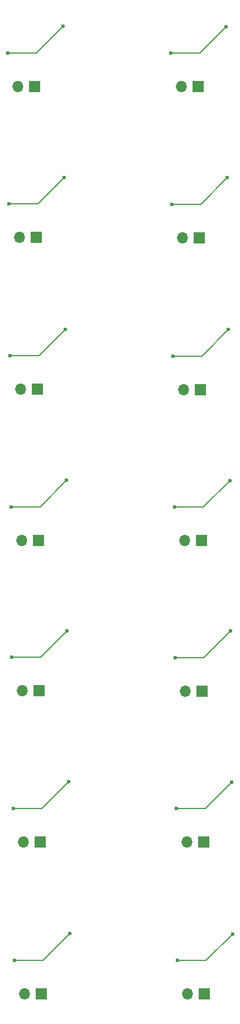
<source format=gbr>
%TF.GenerationSoftware,KiCad,Pcbnew,8.0.5*%
%TF.CreationDate,2024-12-11T00:13:19+01:00*%
%TF.ProjectId,battery-lvl-indicator-kicad.kicad_pcb-copy,62617474-6572-4792-9d6c-766c2d696e64,rev?*%
%TF.SameCoordinates,Original*%
%TF.FileFunction,Copper,L2,Bot*%
%TF.FilePolarity,Positive*%
%FSLAX46Y46*%
G04 Gerber Fmt 4.6, Leading zero omitted, Abs format (unit mm)*
G04 Created by KiCad (PCBNEW 8.0.5) date 2024-12-11 00:13:19*
%MOMM*%
%LPD*%
G01*
G04 APERTURE LIST*
%TA.AperFunction,ComponentPad*%
%ADD10O,1.700000X1.700000*%
%TD*%
%TA.AperFunction,ComponentPad*%
%ADD11R,1.700000X1.700000*%
%TD*%
%TA.AperFunction,ViaPad*%
%ADD12C,0.600000*%
%TD*%
%TA.AperFunction,Conductor*%
%ADD13C,0.200000*%
%TD*%
G04 APERTURE END LIST*
D10*
%TO.P,J1,2,Pin_2*%
%TO.N,Net-(D2-K)*%
X98552000Y-32308800D03*
D11*
%TO.P,J1,1,Pin_1*%
%TO.N,Net-(D1-K)*%
X101092000Y-32308800D03*
%TD*%
D10*
%TO.P,J1,2,Pin_2*%
%TO.N,Net-(D2-K)*%
X99390200Y-146888200D03*
D11*
%TO.P,J1,1,Pin_1*%
%TO.N,Net-(D1-K)*%
X101930200Y-146888200D03*
%TD*%
D10*
%TO.P,J1,2,Pin_2*%
%TO.N,Net-(D2-K)*%
X124129800Y-146939000D03*
D11*
%TO.P,J1,1,Pin_1*%
%TO.N,Net-(D1-K)*%
X126669800Y-146939000D03*
%TD*%
D10*
%TO.P,J1,2,Pin_2*%
%TO.N,Net-(D2-K)*%
X123850400Y-101193600D03*
D11*
%TO.P,J1,1,Pin_1*%
%TO.N,Net-(D1-K)*%
X126390400Y-101193600D03*
%TD*%
D10*
%TO.P,J1,2,Pin_2*%
%TO.N,Net-(D2-K)*%
X99187000Y-123977400D03*
D11*
%TO.P,J1,1,Pin_1*%
%TO.N,Net-(D1-K)*%
X101727000Y-123977400D03*
%TD*%
D10*
%TO.P,J1,2,Pin_2*%
%TO.N,Net-(D2-K)*%
X123291600Y-32359600D03*
D11*
%TO.P,J1,1,Pin_1*%
%TO.N,Net-(D1-K)*%
X125831600Y-32359600D03*
%TD*%
D10*
%TO.P,J1,2,Pin_2*%
%TO.N,Net-(D2-K)*%
X123926600Y-124028200D03*
D11*
%TO.P,J1,1,Pin_1*%
%TO.N,Net-(D1-K)*%
X126466600Y-124028200D03*
%TD*%
D10*
%TO.P,J1,2,Pin_2*%
%TO.N,Net-(D2-K)*%
X123494800Y-55270400D03*
D11*
%TO.P,J1,1,Pin_1*%
%TO.N,Net-(D1-K)*%
X126034800Y-55270400D03*
%TD*%
D10*
%TO.P,J1,2,Pin_2*%
%TO.N,Net-(D2-K)*%
X123647200Y-78282800D03*
D11*
%TO.P,J1,1,Pin_1*%
%TO.N,Net-(D1-K)*%
X126187200Y-78282800D03*
%TD*%
D10*
%TO.P,J1,2,Pin_2*%
%TO.N,Net-(D2-K)*%
X99542600Y-169900600D03*
D11*
%TO.P,J1,1,Pin_1*%
%TO.N,Net-(D1-K)*%
X102082600Y-169900600D03*
%TD*%
D10*
%TO.P,J1,2,Pin_2*%
%TO.N,Net-(D2-K)*%
X98755200Y-55219600D03*
D11*
%TO.P,J1,1,Pin_1*%
%TO.N,Net-(D1-K)*%
X101295200Y-55219600D03*
%TD*%
D10*
%TO.P,J1,2,Pin_2*%
%TO.N,Net-(D2-K)*%
X124282200Y-169951400D03*
D11*
%TO.P,J1,1,Pin_1*%
%TO.N,Net-(D1-K)*%
X126822200Y-169951400D03*
%TD*%
D10*
%TO.P,J1,2,Pin_2*%
%TO.N,Net-(D2-K)*%
X99110800Y-101142800D03*
D11*
%TO.P,J1,1,Pin_1*%
%TO.N,Net-(D1-K)*%
X101650800Y-101142800D03*
%TD*%
D10*
%TO.P,J1,2,Pin_2*%
%TO.N,Net-(D2-K)*%
X98907600Y-78232000D03*
D11*
%TO.P,J1,1,Pin_1*%
%TO.N,Net-(D1-K)*%
X101447600Y-78232000D03*
%TD*%
D12*
%TO.N,Net-(D2-K)*%
X97967800Y-164820600D03*
X96977200Y-27228800D03*
X106349800Y-160807400D03*
X122072400Y-73202800D03*
X122555000Y-141859000D03*
X105714800Y-69138800D03*
X122275600Y-96113600D03*
X121920000Y-50190400D03*
X122351800Y-118948200D03*
X106197400Y-137795000D03*
X130937000Y-137845800D03*
X130302000Y-46177200D03*
X130733800Y-114935000D03*
X131089400Y-160858200D03*
X105918000Y-92049600D03*
X130657600Y-92100400D03*
X130454400Y-69189600D03*
X105562400Y-46126400D03*
X122707400Y-164871400D03*
X105994200Y-114884200D03*
X130098800Y-23266400D03*
X97536000Y-96062800D03*
X105359200Y-23215600D03*
X97815400Y-141808200D03*
X97612200Y-118897400D03*
X97332800Y-73152000D03*
X97180400Y-50139600D03*
X121716800Y-27279600D03*
%TD*%
D13*
%TO.N,Net-(D2-K)*%
X126720600Y-118948200D02*
X122351800Y-118948200D01*
X101346000Y-27228800D02*
X96977200Y-27228800D01*
X126441200Y-73202800D02*
X122072400Y-73202800D01*
X101981000Y-118897400D02*
X97612200Y-118897400D01*
X126644400Y-96113600D02*
X122275600Y-96113600D01*
X101549200Y-50139600D02*
X97180400Y-50139600D01*
X105918000Y-92049600D02*
X101904800Y-96062800D01*
X130937000Y-137845800D02*
X126923800Y-141859000D01*
X106197400Y-137795000D02*
X102184200Y-141808200D01*
X126923800Y-141859000D02*
X122555000Y-141859000D01*
X131089400Y-160858200D02*
X127076200Y-164871400D01*
X105714800Y-69138800D02*
X101701600Y-73152000D01*
X127076200Y-164871400D02*
X122707400Y-164871400D01*
X106349800Y-160807400D02*
X102336600Y-164820600D01*
X130098800Y-23266400D02*
X126085600Y-27279600D01*
X126288800Y-50190400D02*
X121920000Y-50190400D01*
X101904800Y-96062800D02*
X97536000Y-96062800D01*
X130302000Y-46177200D02*
X126288800Y-50190400D01*
X105562400Y-46126400D02*
X101549200Y-50139600D01*
X126085600Y-27279600D02*
X121716800Y-27279600D01*
X102184200Y-141808200D02*
X97815400Y-141808200D01*
X102336600Y-164820600D02*
X97967800Y-164820600D01*
X130657600Y-92100400D02*
X126644400Y-96113600D01*
X130733800Y-114935000D02*
X126720600Y-118948200D01*
X130454400Y-69189600D02*
X126441200Y-73202800D01*
X101701600Y-73152000D02*
X97332800Y-73152000D01*
X105994200Y-114884200D02*
X101981000Y-118897400D01*
X105359200Y-23215600D02*
X101346000Y-27228800D01*
%TD*%
M02*

</source>
